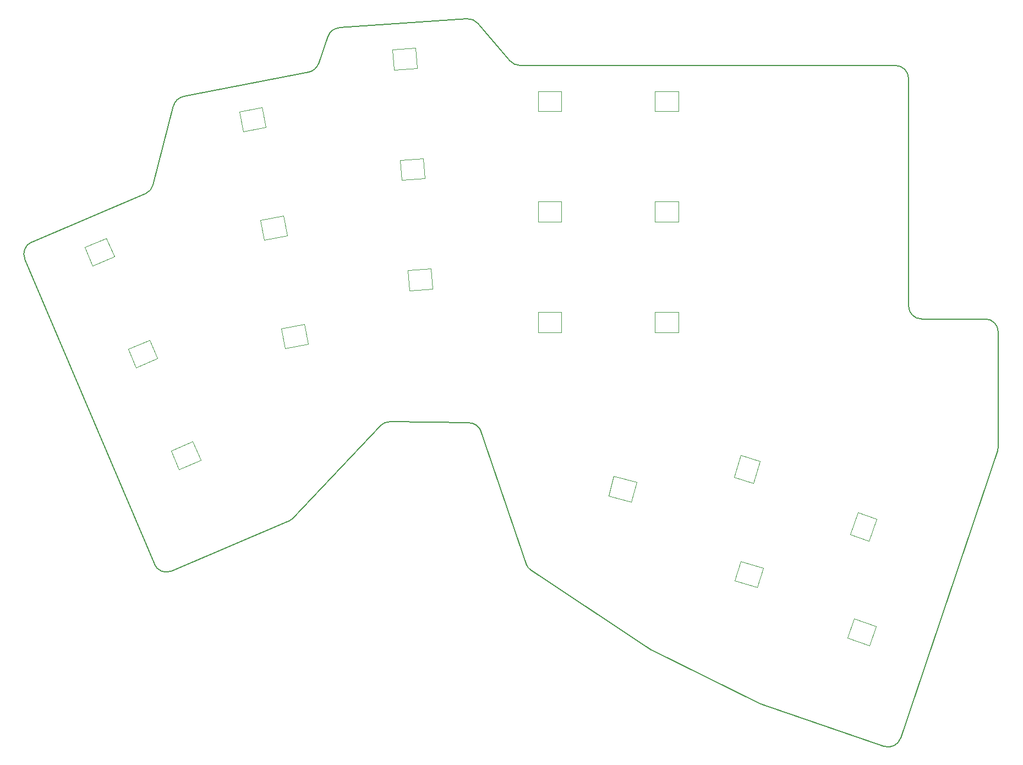
<source format=gbr>
%TF.GenerationSoftware,KiCad,Pcbnew,9.0.5*%
%TF.CreationDate,2025-11-08T17:13:18+10:00*%
%TF.ProjectId,badWingsLeft,62616457-696e-4677-934c-6566742e6b69,v1.0.0*%
%TF.SameCoordinates,Original*%
%TF.FileFunction,Profile,NP*%
%FSLAX46Y46*%
G04 Gerber Fmt 4.6, Leading zero omitted, Abs format (unit mm)*
G04 Created by KiCad (PCBNEW 9.0.5) date 2025-11-08 17:13:18*
%MOMM*%
%LPD*%
G01*
G04 APERTURE LIST*
%TA.AperFunction,Profile*%
%ADD10C,0.150000*%
%TD*%
%TA.AperFunction,Profile*%
%ADD11C,0.120000*%
%TD*%
G04 APERTURE END LIST*
D10*
X69329036Y-138265815D02*
G75*
G02*
X68174650Y-139604373I-1935936J502515D01*
G01*
X96261752Y-115401100D02*
G75*
G02*
X98008381Y-114071161I1886148J-665200D01*
G01*
X146071518Y-209837782D02*
G75*
G02*
X145848452Y-209709720I883982J1798082D01*
G01*
X98008380Y-114071144D02*
X117643503Y-112698126D01*
X72161675Y-197661815D02*
G75*
G02*
X69539182Y-196602267I-781475J1841015D01*
G01*
X50671446Y-147034047D02*
X68174659Y-139604393D01*
X183574714Y-119872461D02*
G75*
G02*
X185574739Y-121872464I-14J-2000039D01*
G01*
X69539189Y-196602264D02*
X49611908Y-149656509D01*
X145848453Y-209709719D02*
X127501502Y-197545312D01*
X199374705Y-178543831D02*
G75*
G02*
X199269565Y-179183813I-1998705J-269D01*
G01*
X90186245Y-190010848D02*
X72161675Y-197661815D01*
X163020183Y-218149822D02*
G75*
G02*
X162789195Y-218053728I653117J1895622D01*
G01*
X49611908Y-149656509D02*
G75*
G02*
X50671444Y-147034042I1841042J781449D01*
G01*
X69329036Y-138265815D02*
X72485795Y-126102988D01*
X162789193Y-218053732D02*
X146071518Y-209837782D01*
X199374713Y-160872462D02*
X199374705Y-178543831D01*
X184346852Y-223365486D02*
G75*
G02*
X181800868Y-224616551I-1894852J639986D01*
G01*
X187574704Y-158872468D02*
G75*
G02*
X185574732Y-156872478I-4J1999968D01*
G01*
X125792613Y-119872460D02*
G75*
G02*
X124276182Y-119176525I-113J1999860D01*
G01*
X94779061Y-119605319D02*
G75*
G02*
X93274523Y-120903373I-1886061J665119D01*
G01*
X90859223Y-189542629D02*
G75*
G02*
X90186249Y-190010857I-1454323J1372529D01*
G01*
X117961599Y-174853146D02*
G75*
G02*
X119828372Y-176210910I-27399J-1999854D01*
G01*
X94779061Y-119605319D02*
X96261752Y-115401100D01*
X181800874Y-224616534D02*
X163020183Y-218149822D01*
X187574704Y-158872468D02*
X197374711Y-158872472D01*
X199269552Y-179183809D02*
X184346852Y-223365486D01*
X74040044Y-124642197D02*
X93274524Y-120903379D01*
X104289625Y-175313452D02*
X90859223Y-189542629D01*
X117643503Y-112698126D02*
G75*
G02*
X119299427Y-113389219I139497J-1995174D01*
G01*
X197374711Y-158872472D02*
G75*
G02*
X199374728Y-160872462I-11J-2000028D01*
G01*
X72485795Y-126102988D02*
G75*
G02*
X74040042Y-124642186I1936005J-502612D01*
G01*
X125792613Y-119872460D02*
X183574714Y-119872461D01*
X185574721Y-121872464D02*
X185574702Y-156872478D01*
X119299418Y-113389227D02*
X124276217Y-119176495D01*
X117961599Y-174853146D02*
X105771433Y-174686434D01*
X104289625Y-175313452D02*
G75*
G02*
X105771433Y-174686403I1454475J-1372748D01*
G01*
X127501502Y-197545312D02*
G75*
G02*
X126712546Y-196520457I1105198J1666912D01*
G01*
X126712550Y-196520456D02*
X119828374Y-176210909D01*
D11*
%TO.C,LED6*%
X86712529Y-129360826D02*
X83178667Y-130047746D01*
X82587155Y-127004726D01*
X86121017Y-126317806D01*
X86712529Y-129360826D01*
%TO.C,LED11*%
X132174707Y-143922464D02*
X128574711Y-143922466D01*
X128574711Y-140822478D01*
X132174707Y-140822476D01*
X132174707Y-143922464D01*
%TO.C,LED3*%
X63367550Y-149303698D02*
X60053739Y-150710345D01*
X58842464Y-147856786D01*
X62156275Y-146450139D01*
X63367550Y-149303698D01*
%TO.C,LED16*%
X143708637Y-184011545D02*
X142906301Y-187005901D01*
X139428971Y-186074151D01*
X140231307Y-183079795D01*
X143708637Y-184011545D01*
%TO.C,LED18*%
X162736513Y-180717165D02*
X161683970Y-184159860D01*
X158719435Y-183253505D01*
X159771978Y-179810810D01*
X162736513Y-180717165D01*
%TO.C,LED5*%
X89956294Y-146048515D02*
X86422432Y-146735435D01*
X85830920Y-143692415D01*
X89364782Y-143005495D01*
X89956294Y-146048515D01*
%TO.C,LED19*%
X180555226Y-206155194D02*
X179545968Y-209086294D01*
X176142104Y-207914242D01*
X177151362Y-204983142D01*
X180555226Y-206155194D01*
%TO.C,LED8*%
X111144948Y-137261276D02*
X107553719Y-137512400D01*
X107337472Y-134419962D01*
X110928701Y-134168838D01*
X111144948Y-137261276D01*
%TO.C,LED17*%
X163181483Y-197218290D02*
X162275128Y-200182825D01*
X158832433Y-199130282D01*
X159738788Y-196165747D01*
X163181483Y-197218290D01*
%TO.C,LED4*%
X93200028Y-162736165D02*
X89666166Y-163423085D01*
X89074654Y-160380065D01*
X92608516Y-159693145D01*
X93200028Y-162736165D01*
%TO.C,LED1*%
X76652423Y-180600870D02*
X73338612Y-182007517D01*
X72127337Y-179153958D01*
X75441148Y-177747311D01*
X76652423Y-180600870D01*
%TO.C,LED7*%
X112330804Y-154219880D02*
X108739575Y-154471004D01*
X108523328Y-151378566D01*
X112114557Y-151127442D01*
X112330804Y-154219880D01*
%TO.C,LED15*%
X150174701Y-126922466D02*
X146574705Y-126922468D01*
X146574705Y-123822480D01*
X150174701Y-123822478D01*
X150174701Y-126922466D01*
%TO.C,LED10*%
X132174710Y-160922470D02*
X128574714Y-160922472D01*
X128574714Y-157822484D01*
X132174710Y-157822482D01*
X132174710Y-160922470D01*
%TO.C,LED14*%
X150174717Y-143922451D02*
X146574721Y-143922453D01*
X146574721Y-140822465D01*
X150174717Y-140822463D01*
X150174717Y-143922451D01*
%TO.C,LED13*%
X150174718Y-160922457D02*
X146574722Y-160922459D01*
X146574722Y-157822471D01*
X150174718Y-157822469D01*
X150174718Y-160922457D01*
%TO.C,LED9*%
X109959086Y-120302687D02*
X106367857Y-120553811D01*
X106151610Y-117461373D01*
X109742839Y-117210249D01*
X109959086Y-120302687D01*
%TO.C,LED12*%
X132174712Y-126922461D02*
X128574716Y-126922463D01*
X128574716Y-123822475D01*
X132174712Y-123822473D01*
X132174712Y-126922461D01*
%TO.C,LED20*%
X180686429Y-189648588D02*
X179514377Y-193052452D01*
X176583277Y-192043194D01*
X177755329Y-188639330D01*
X180686429Y-189648588D01*
%TO.C,LED2*%
X70009983Y-164952291D02*
X66696172Y-166358938D01*
X65484897Y-163505379D01*
X68798708Y-162098732D01*
X70009983Y-164952291D01*
%TD*%
M02*

</source>
